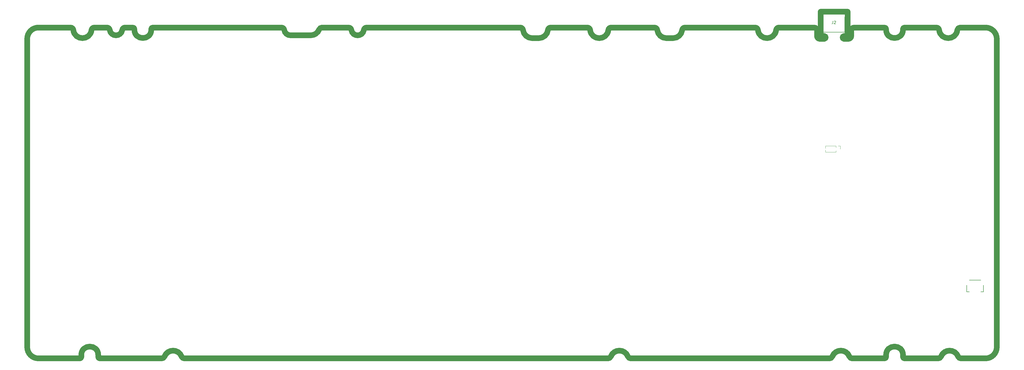
<source format=gbr>
%TF.GenerationSoftware,KiCad,Pcbnew,(5.1.10)-1*%
%TF.CreationDate,2022-05-13T21:41:30+07:00*%
%TF.ProjectId,solder,736f6c64-6572-42e6-9b69-6361645f7063,rev?*%
%TF.SameCoordinates,Original*%
%TF.FileFunction,Legend,Top*%
%TF.FilePolarity,Positive*%
%FSLAX46Y46*%
G04 Gerber Fmt 4.6, Leading zero omitted, Abs format (unit mm)*
G04 Created by KiCad (PCBNEW (5.1.10)-1) date 2022-05-13 21:41:30*
%MOMM*%
%LPD*%
G01*
G04 APERTURE LIST*
%ADD10C,2.000000*%
%ADD11C,0.120000*%
%ADD12C,0.150000*%
G04 APERTURE END LIST*
D10*
X54150020Y-16037520D02*
X54150020Y-15815500D01*
X60150019Y-15815499D02*
X60150020Y-16037520D01*
X60150020Y-16037520D02*
G75*
G02*
X54150020Y-16037520I-3000000J0D01*
G01*
X53650020Y-15315500D02*
X50837485Y-15315500D01*
X53650020Y-15315500D02*
G75*
G02*
X54150020Y-15815500I0J-500000D01*
G01*
X305919209Y-18312510D02*
X306719209Y-18312510D01*
X340334013Y-132152325D02*
G75*
G02*
X346415987Y-132152325I3040987J-1146682D01*
G01*
X301759010Y-132152326D02*
G75*
G02*
X300823321Y-132799500I-935689J352826D01*
G01*
X71849438Y-132799500D02*
X222249737Y-132794616D01*
X305919209Y-19312510D02*
G75*
G02*
X305919209Y-18312510I0J500000D01*
G01*
X356125950Y-15315501D02*
X347067511Y-15316697D01*
X49849379Y-16161747D02*
G75*
G02*
X45402881Y-16161748I-2223249J345946D01*
G01*
X307498949Y-19312510D02*
X305919209Y-19312510D01*
X320349157Y-15315500D02*
G75*
G02*
X320850019Y-15815498I862J-499999D01*
G01*
X338679478Y-15315502D02*
G75*
G02*
X339672539Y-16197927I-1J-999998D01*
G01*
X360125951Y-128799500D02*
X360125950Y-19315499D01*
X327350020Y-132799500D02*
X339398321Y-132799500D01*
X301759012Y-132152325D02*
G75*
G02*
X307840988Y-132152324I3040988J-1146682D01*
G01*
X38946686Y-16197924D02*
G75*
G02*
X39939750Y-15315500I993064J-117576D01*
G01*
X20125951Y-132799500D02*
G75*
G02*
X16125951Y-128799500I-271J3999729D01*
G01*
X308498949Y-18312510D02*
G75*
G02*
X307498949Y-19312510I-1000000J0D01*
G01*
X308498949Y-16315500D02*
X308498949Y-18312510D01*
X308776677Y-132799500D02*
X320350020Y-132799500D01*
X308498949Y-16315500D02*
G75*
G02*
X309498949Y-15315500I1000000J0D01*
G01*
X326850019Y-15815499D02*
X326850020Y-16037520D01*
X346127480Y-16197767D02*
G75*
G02*
X339672539Y-16197927I-3227480J381956D01*
G01*
X320850020Y-131600019D02*
G75*
G02*
X326850020Y-131600019I3000000J0D01*
G01*
X44414775Y-15315501D02*
X39939750Y-15315500D01*
X223185290Y-132147408D02*
G75*
G02*
X229267238Y-132151140I3040272J-1146282D01*
G01*
X223185290Y-132147407D02*
G75*
G02*
X222249737Y-132794616I-935702J352791D01*
G01*
X64832214Y-132152124D02*
G75*
G02*
X70913673Y-132152122I3040730J-1145833D01*
G01*
X64832215Y-132152123D02*
G75*
G02*
X63896450Y-132799500I-935765J352623D01*
G01*
X31498637Y-15315584D02*
X20214941Y-15316500D01*
X320349157Y-15315499D02*
X309498949Y-15315500D01*
X360125952Y-128799499D02*
G75*
G02*
X356125950Y-132799500I-3999750J-251D01*
G01*
X320850020Y-16037519D02*
X320850019Y-15815498D01*
X347351677Y-132799502D02*
G75*
G02*
X346415987Y-132152325I1J1000002D01*
G01*
X41825020Y-132799500D02*
X63896450Y-132799500D01*
X326850020Y-16037520D02*
G75*
G02*
X320850020Y-16037519I-3000000J1D01*
G01*
X16125950Y-19404499D02*
X16125951Y-128799500D01*
X340334010Y-132152326D02*
G75*
G02*
X339398321Y-132799500I-935689J352826D01*
G01*
X320850020Y-132299500D02*
G75*
G02*
X320350020Y-132799500I-500000J0D01*
G01*
X308776677Y-132799502D02*
G75*
G02*
X307840987Y-132152325I1J1000002D01*
G01*
X35325020Y-132299501D02*
G75*
G02*
X34825019Y-132799500I-500000J1D01*
G01*
X326850019Y-15815499D02*
G75*
G02*
X327349158Y-15315500I500000J0D01*
G01*
X346127478Y-16197766D02*
G75*
G02*
X347067511Y-15316697I993069J-117523D01*
G01*
X44414775Y-15315502D02*
G75*
G02*
X45402881Y-16161748I-1J-999998D01*
G01*
X338679477Y-15315501D02*
X327349158Y-15315500D01*
X356125949Y-15315501D02*
G75*
G02*
X360125950Y-19315499I248J-3999753D01*
G01*
X347351677Y-132799500D02*
X356125950Y-132799500D01*
X35325020Y-132299500D02*
X35325020Y-131600019D01*
X320850020Y-132299500D02*
X320850020Y-131600019D01*
X41825020Y-132799500D02*
G75*
G02*
X41325020Y-132299500I0J500000D01*
G01*
X16125950Y-19404500D02*
G75*
G02*
X20214941Y-15316499I4000382J87640D01*
G01*
X20125951Y-132799499D02*
X34825019Y-132799500D01*
X327350020Y-132799500D02*
G75*
G02*
X326850020Y-132299500I0J500000D01*
G01*
X71849438Y-132799500D02*
G75*
G02*
X70913673Y-132152122I1J1000000D01*
G01*
X230203372Y-132799499D02*
X300823321Y-132799500D01*
X49849376Y-16161746D02*
G75*
G02*
X50837485Y-15315500I988109J-153754D01*
G01*
X35325020Y-131600019D02*
G75*
G02*
X41325020Y-131600019I3000000J0D01*
G01*
X326850020Y-131600019D02*
X326850020Y-132299500D01*
X41325020Y-131600019D02*
X41325020Y-132299500D01*
X38946687Y-16197925D02*
G75*
G02*
X32491778Y-16197987I-3227458J382125D01*
G01*
X31498636Y-15315585D02*
G75*
G02*
X32491778Y-16197987I82J-999998D01*
G01*
X297619218Y-9662517D02*
X297619218Y-17812510D01*
X307219209Y-9662517D02*
X297619218Y-9662517D01*
X307219209Y-17812510D02*
X307219209Y-9662517D01*
X230203372Y-132799501D02*
G75*
G02*
X229267238Y-132151140I2J1000001D01*
G01*
X307219209Y-17812510D02*
G75*
G02*
X306719209Y-18312510I-500000J0D01*
G01*
X106325845Y-15315500D02*
X60650020Y-15315500D01*
X135570193Y-16164038D02*
G75*
G02*
X131132063Y-16164037I-2219065J340029D01*
G01*
X109537198Y-18065803D02*
G75*
G02*
X107313952Y-16161748I1J2250001D01*
G01*
X60150019Y-15815499D02*
G75*
G02*
X60650020Y-15315500I500000J-1D01*
G01*
X130143600Y-15315500D02*
X120666189Y-15315500D01*
X197646148Y-19065801D02*
X195261900Y-19065801D01*
X214855608Y-15315501D02*
G75*
G02*
X215848672Y-16197923I1J-999999D01*
G01*
X130143600Y-15315499D02*
G75*
G02*
X131132063Y-16164038I-1J-1000001D01*
G01*
X195261899Y-19065801D02*
G75*
G02*
X192034442Y-16197923I1J3250000D01*
G01*
X222303588Y-16197925D02*
G75*
G02*
X215848672Y-16197923I-3227458J379082D01*
G01*
X191041377Y-15315500D02*
G75*
G02*
X192034442Y-16197923I1J-1000000D01*
G01*
X200873606Y-16197924D02*
G75*
G02*
X197646148Y-19065801I-3227458J382123D01*
G01*
X119730523Y-15962614D02*
G75*
G02*
X120666189Y-15315500I935666J-352886D01*
G01*
X214855609Y-15315500D02*
X201866669Y-15315500D01*
X191041378Y-15315499D02*
X136558659Y-15315500D01*
X116689946Y-18065500D02*
X109537197Y-18065802D01*
X222303587Y-16197924D02*
G75*
G02*
X223296651Y-15315500I993064J-117576D01*
G01*
X135570196Y-16164037D02*
G75*
G02*
X136558659Y-15315500I988463J-151463D01*
G01*
X200873605Y-16197924D02*
G75*
G02*
X201866669Y-15315500I993064J-117576D01*
G01*
X106325845Y-15315501D02*
G75*
G02*
X107313952Y-16161748I-1J-999999D01*
G01*
X119730523Y-15962614D02*
G75*
G02*
X116689946Y-18065500I-3040577J1146752D01*
G01*
X242887199Y-19065801D02*
G75*
G02*
X239659742Y-16197923I1J3250000D01*
G01*
X248498906Y-16197924D02*
G75*
G02*
X245271448Y-19065801I-3227458J382123D01*
G01*
X238666677Y-15315500D02*
G75*
G02*
X239659742Y-16197923I1J-1000000D01*
G01*
X245271448Y-19065801D02*
X242887200Y-19065801D01*
X248498905Y-16197924D02*
G75*
G02*
X249491969Y-15315500I993064J-117576D01*
G01*
X274387167Y-15315499D02*
X249491969Y-15315500D01*
X238666678Y-15315499D02*
X223296651Y-15315500D01*
X297338950Y-19312510D02*
G75*
G02*
X296338950Y-18312510I0J1000000D01*
G01*
X281835146Y-16197925D02*
G75*
G02*
X275380231Y-16197923I-3227457J382124D01*
G01*
X281835146Y-16197924D02*
G75*
G02*
X282828210Y-15315500I993064J-117576D01*
G01*
X295338950Y-15315500D02*
X282828210Y-15315500D01*
X296338950Y-18312510D02*
X296338950Y-16315500D01*
X295338950Y-15315500D02*
G75*
G02*
X296338950Y-16315500I0J-1000000D01*
G01*
X298119218Y-18312510D02*
X298919218Y-18312510D01*
X298119218Y-18312510D02*
G75*
G02*
X297619218Y-17812510I0J500000D01*
G01*
X298919218Y-19312510D02*
X297338950Y-19312510D01*
X274387166Y-15315500D02*
G75*
G02*
X275380231Y-16197923I1J-1000000D01*
G01*
X298919218Y-18312510D02*
G75*
G02*
X298919218Y-19312510I0J-500000D01*
G01*
D11*
%TO.C,J5*%
X299319004Y-57347849D02*
X299319004Y-58150319D01*
X299319004Y-58765379D02*
X299319004Y-59567849D01*
X303064004Y-57347849D02*
X299319004Y-57347849D01*
X303064004Y-59567849D02*
X299319004Y-59567849D01*
X303064004Y-57347849D02*
X303064004Y-57894378D01*
X303064004Y-59021320D02*
X303064004Y-59567849D01*
X303824004Y-57347849D02*
X304584004Y-57347849D01*
X304584004Y-57347849D02*
X304584004Y-58457849D01*
D12*
%TO.C,J4*%
X355425000Y-109175000D02*
X354425000Y-109175000D01*
X355425000Y-106775000D02*
X355425000Y-109175000D01*
X350425000Y-104975000D02*
X354425000Y-104975000D01*
X349425000Y-109175000D02*
X349425000Y-106775000D01*
X350425000Y-109175000D02*
X349425000Y-109175000D01*
%TO.C,J2*%
X306162500Y-16962500D02*
X298462500Y-16962500D01*
X298462500Y-11512500D02*
X298462500Y-16962500D01*
X306162500Y-11512500D02*
X306162500Y-16962500D01*
X301979166Y-12996880D02*
X301979166Y-13711166D01*
X301931547Y-13854023D01*
X301836309Y-13949261D01*
X301693452Y-13996880D01*
X301598214Y-13996880D01*
X302407738Y-13092119D02*
X302455357Y-13044500D01*
X302550595Y-12996880D01*
X302788690Y-12996880D01*
X302883928Y-13044500D01*
X302931547Y-13092119D01*
X302979166Y-13187357D01*
X302979166Y-13282595D01*
X302931547Y-13425452D01*
X302360119Y-13996880D01*
X302979166Y-13996880D01*
%TD*%
M02*

</source>
